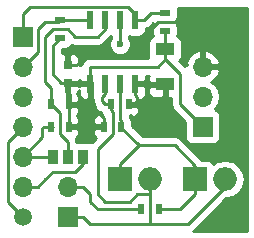
<source format=gbl>
G04 #@! TF.FileFunction,Copper,L2,Bot,Signal*
%FSLAX46Y46*%
G04 Gerber Fmt 4.6, Leading zero omitted, Abs format (unit mm)*
G04 Created by KiCad (PCBNEW 4.0.6) date 08/27/17 18:35:28*
%MOMM*%
%LPD*%
G01*
G04 APERTURE LIST*
%ADD10C,0.100000*%
%ADD11R,1.700000X1.700000*%
%ADD12O,1.700000X1.700000*%
%ADD13O,1.998980X1.998980*%
%ADD14R,1.998980X1.998980*%
%ADD15R,1.600000X1.000000*%
%ADD16R,0.750000X0.800000*%
%ADD17R,0.500000X0.900000*%
%ADD18R,0.900000X0.500000*%
%ADD19R,0.600000X1.550000*%
%ADD20R,0.970000X1.270000*%
%ADD21C,1.500000*%
%ADD22C,0.600000*%
%ADD23C,0.250000*%
%ADD24C,0.254000*%
G04 APERTURE END LIST*
D10*
D11*
X133350000Y-87630000D03*
D12*
X133350000Y-90170000D03*
X133350000Y-92710000D03*
X133350000Y-95250000D03*
X133350000Y-97790000D03*
X133350000Y-100330000D03*
D13*
X150495000Y-99695000D03*
D14*
X147955000Y-99695000D03*
D15*
X145415000Y-88670000D03*
X145415000Y-91670000D03*
D16*
X137160000Y-90055000D03*
X137160000Y-91555000D03*
D13*
X144145000Y-99695000D03*
D14*
X141605000Y-99695000D03*
D11*
X148590000Y-95250000D03*
D12*
X148590000Y-92710000D03*
X148590000Y-90170000D03*
D11*
X137160000Y-102870000D03*
D12*
X137160000Y-100330000D03*
D17*
X144895000Y-102235000D03*
X143395000Y-102235000D03*
D18*
X136525000Y-86245000D03*
X136525000Y-87745000D03*
D17*
X135775000Y-93345000D03*
X137275000Y-93345000D03*
X135775000Y-95250000D03*
X137275000Y-95250000D03*
D18*
X145415000Y-85610000D03*
X145415000Y-87110000D03*
D17*
X140220000Y-95250000D03*
X141720000Y-95250000D03*
X140855000Y-93345000D03*
X142355000Y-93345000D03*
D19*
X139065000Y-86200000D03*
X140335000Y-86200000D03*
X141605000Y-86200000D03*
X142875000Y-86200000D03*
X142875000Y-91600000D03*
X141605000Y-91600000D03*
X140335000Y-91600000D03*
X139065000Y-91600000D03*
D20*
X135890000Y-97790000D03*
X137160000Y-97790000D03*
X138430000Y-97790000D03*
D21*
X133350000Y-102870000D03*
D22*
X141605000Y-88265000D03*
D23*
X148590000Y-95250000D02*
X146685000Y-93345000D01*
X146685000Y-90805000D02*
X145415000Y-89535000D01*
X146685000Y-93345000D02*
X146685000Y-90805000D01*
X145415000Y-89535000D02*
X144780000Y-90170000D01*
X145415000Y-88670000D02*
X145415000Y-87110000D01*
X145415000Y-89535000D02*
X145415000Y-88670000D01*
X143510000Y-90170000D02*
X144780000Y-90170000D01*
X139065000Y-91600000D02*
X139065000Y-90170000D01*
X139065000Y-90170000D02*
X143510000Y-90170000D01*
X139065000Y-93345000D02*
X139065000Y-91600000D01*
X140220000Y-94500000D02*
X139065000Y-93345000D01*
X140220000Y-95250000D02*
X140220000Y-94500000D01*
X144780000Y-88900000D02*
X144780000Y-88670000D01*
X137275000Y-93345000D02*
X137275000Y-95250000D01*
X137160000Y-91555000D02*
X137160000Y-93230000D01*
X137160000Y-93230000D02*
X137275000Y-93345000D01*
X135890000Y-90805000D02*
X135890000Y-88380000D01*
X136640000Y-91555000D02*
X135890000Y-90805000D01*
X137160000Y-91555000D02*
X136640000Y-91555000D01*
X135890000Y-88380000D02*
X136525000Y-87745000D01*
X137160000Y-91555000D02*
X139020000Y-91555000D01*
X139020000Y-91555000D02*
X139065000Y-91600000D01*
X139065000Y-91555000D02*
X139065000Y-91600000D01*
X138747500Y-89217500D02*
X142303500Y-89217500D01*
X142748000Y-88773000D02*
X142748000Y-88392000D01*
X142303500Y-89217500D02*
X142748000Y-88773000D01*
X142748000Y-93345000D02*
X143002000Y-93091000D01*
X143002000Y-92710000D02*
X142875000Y-92583000D01*
X143002000Y-93091000D02*
X143002000Y-92710000D01*
X142875000Y-91600000D02*
X142875000Y-92583000D01*
X142355000Y-93345000D02*
X142748000Y-93345000D01*
X147828000Y-97155000D02*
X149987000Y-97155000D01*
X144780000Y-86360000D02*
X142748000Y-88392000D01*
X146685000Y-86360000D02*
X144780000Y-86360000D01*
X150495000Y-96266000D02*
X150495000Y-89535000D01*
X150495000Y-89535000D02*
X148590000Y-87630000D01*
X145415000Y-91670000D02*
X145415000Y-94615000D01*
X147320000Y-86360000D02*
X146685000Y-86360000D01*
X148590000Y-87630000D02*
X147320000Y-86360000D01*
X145415000Y-94742000D02*
X147828000Y-97155000D01*
X145415000Y-94615000D02*
X145415000Y-94742000D01*
X149987000Y-97155000D02*
X150495000Y-96647000D01*
X150495000Y-96647000D02*
X150495000Y-96266000D01*
X138430000Y-89535000D02*
X137910000Y-90055000D01*
X137910000Y-90055000D02*
X137160000Y-90055000D01*
X138430000Y-89535000D02*
X138747500Y-89217500D01*
X142990000Y-91715000D02*
X142875000Y-91600000D01*
X144780000Y-91670000D02*
X142945000Y-91670000D01*
X142945000Y-91670000D02*
X142875000Y-91600000D01*
X140081000Y-93091000D02*
X140335000Y-93345000D01*
X140335000Y-93345000D02*
X140208000Y-93345000D01*
X140855000Y-93345000D02*
X140208000Y-93345000D01*
X140335000Y-92456000D02*
X140335000Y-91600000D01*
X140081000Y-92710000D02*
X140335000Y-92456000D01*
X140081000Y-93091000D02*
X140081000Y-92710000D01*
X139700000Y-100330000D02*
X139700000Y-100965000D01*
X140335000Y-101600000D02*
X140970000Y-101600000D01*
X139700000Y-100965000D02*
X140335000Y-101600000D01*
X143510000Y-100965000D02*
X143059998Y-100965000D01*
X144145000Y-100965000D02*
X143510000Y-100965000D01*
X143059998Y-100965000D02*
X142424998Y-101600000D01*
X142424998Y-101600000D02*
X140970000Y-101600000D01*
X146685000Y-103505000D02*
X147320000Y-103505000D01*
X147320000Y-103505000D02*
X150495000Y-100330000D01*
X150495000Y-100330000D02*
X150495000Y-99695000D01*
X144145000Y-100965000D02*
X144145000Y-99695000D01*
X139700000Y-100330000D02*
X139700000Y-99695000D01*
X144145000Y-100965000D02*
X144145000Y-103505000D01*
X137160000Y-102870000D02*
X138430000Y-102870000D01*
X139065000Y-103505000D02*
X144145000Y-103505000D01*
X144145000Y-103505000D02*
X146685000Y-103505000D01*
X138430000Y-102870000D02*
X139065000Y-103505000D01*
X139700000Y-99695000D02*
X139700000Y-99060000D01*
X139700000Y-97790000D02*
X139700000Y-97155000D01*
X140855000Y-93345000D02*
X140855000Y-93865000D01*
X140970000Y-93980000D02*
X140970000Y-95885000D01*
X140855000Y-93865000D02*
X140970000Y-93980000D01*
X139700000Y-97790000D02*
X139700000Y-99060000D01*
X139700000Y-97155000D02*
X140970000Y-95885000D01*
X147955000Y-99695000D02*
X147955000Y-98552000D01*
X147955000Y-98552000D02*
X146240500Y-96837500D01*
X144895000Y-102235000D02*
X146685000Y-102235000D01*
X146685000Y-102235000D02*
X147955000Y-100965000D01*
X147955000Y-100965000D02*
X147955000Y-99695000D01*
X141605000Y-99695000D02*
X141605000Y-98425000D01*
X141605000Y-98425000D02*
X143192500Y-96837500D01*
X143192500Y-96837500D02*
X146240500Y-96837500D01*
X141720000Y-95250000D02*
X141720000Y-95365000D01*
X141720000Y-95365000D02*
X143192500Y-96837500D01*
X141605000Y-91600000D02*
X141605000Y-94615000D01*
X141720000Y-94730000D02*
X141720000Y-95250000D01*
X141605000Y-94615000D02*
X141720000Y-94730000D01*
X141720000Y-95365000D02*
X141605000Y-95250000D01*
X142875000Y-86200000D02*
X142875000Y-85725000D01*
X142875000Y-85725000D02*
X142240000Y-85090000D01*
X133350000Y-85725000D02*
X133350000Y-87630000D01*
X133985000Y-85090000D02*
X133350000Y-85725000D01*
X142240000Y-85090000D02*
X133985000Y-85090000D01*
X142875000Y-86200000D02*
X143670000Y-86200000D01*
X144780000Y-85610000D02*
X144260000Y-85610000D01*
X145415000Y-85610000D02*
X144780000Y-85610000D01*
X143670000Y-86200000D02*
X144260000Y-85610000D01*
X142875000Y-86200000D02*
X142875000Y-86245000D01*
X136525000Y-86245000D02*
X139020000Y-86245000D01*
X139020000Y-86245000D02*
X139065000Y-86200000D01*
X133350000Y-90170000D02*
X134620000Y-88900000D01*
X135255000Y-86360000D02*
X136410000Y-86360000D01*
X134620000Y-86995000D02*
X135255000Y-86360000D01*
X134620000Y-88900000D02*
X134620000Y-86995000D01*
X136410000Y-86360000D02*
X136525000Y-86245000D01*
X138905000Y-86360000D02*
X139065000Y-86200000D01*
X140335000Y-102235000D02*
X139700000Y-102235000D01*
X139065000Y-100965000D02*
X138430000Y-100330000D01*
X139065000Y-101600000D02*
X139065000Y-100965000D01*
X139700000Y-102235000D02*
X139065000Y-101600000D01*
X137160000Y-100330000D02*
X138430000Y-100330000D01*
X140335000Y-102235000D02*
X143395000Y-102235000D01*
X137160000Y-86995000D02*
X137795000Y-87630000D01*
X135775000Y-91960000D02*
X135255000Y-91440000D01*
X135255000Y-91440000D02*
X135255000Y-87630000D01*
X135255000Y-87630000D02*
X135890000Y-86995000D01*
X135890000Y-86995000D02*
X137160000Y-86995000D01*
X135775000Y-93345000D02*
X135775000Y-91960000D01*
X139700000Y-87630000D02*
X140335000Y-86995000D01*
X137795000Y-87630000D02*
X139700000Y-87630000D01*
X137160000Y-97790000D02*
X137160000Y-96520000D01*
X136525000Y-94095000D02*
X135775000Y-93345000D01*
X136525000Y-95885000D02*
X136525000Y-94095000D01*
X137160000Y-96520000D02*
X136525000Y-95885000D01*
X140335000Y-86995000D02*
X140335000Y-86200000D01*
X140335000Y-86995000D02*
X140335000Y-86200000D01*
X135775000Y-95250000D02*
X135128000Y-95250000D01*
X135001000Y-95377000D02*
X135001000Y-96139000D01*
X135128000Y-95250000D02*
X135001000Y-95377000D01*
X141605000Y-87814998D02*
X141605000Y-88265000D01*
X141605000Y-86200000D02*
X141605000Y-87814998D01*
X135890000Y-97790000D02*
X133350000Y-97790000D01*
X135001000Y-96139000D02*
X133350000Y-97790000D01*
X141605000Y-86200000D02*
X141605000Y-85725000D01*
X135255000Y-95250000D02*
X135775000Y-95250000D01*
X135775000Y-95250000D02*
X135890000Y-95250000D01*
X135775000Y-97675000D02*
X135890000Y-97790000D01*
X135775000Y-95250000D02*
X135255000Y-95250000D01*
X133350000Y-100330000D02*
X134620000Y-100330000D01*
X134620000Y-100330000D02*
X135255000Y-99695000D01*
X135255000Y-99695000D02*
X135890000Y-99060000D01*
X135890000Y-99060000D02*
X137795000Y-99060000D01*
X137795000Y-99060000D02*
X138430000Y-98425000D01*
X138430000Y-98425000D02*
X138430000Y-97790000D01*
X133350000Y-95250000D02*
X132080000Y-96520000D01*
X132080000Y-101600000D02*
X133350000Y-102870000D01*
X132080000Y-96520000D02*
X132080000Y-101600000D01*
D24*
G36*
X138130000Y-91314250D02*
X138288750Y-91473000D01*
X138938000Y-91473000D01*
X138938000Y-91453000D01*
X139192000Y-91453000D01*
X139192000Y-91473000D01*
X139212000Y-91473000D01*
X139212000Y-91727000D01*
X139192000Y-91727000D01*
X139192000Y-92851250D01*
X139321000Y-92980250D01*
X139321000Y-93091000D01*
X139378852Y-93381839D01*
X139487745Y-93544809D01*
X139505852Y-93635839D01*
X139670599Y-93882401D01*
X139917161Y-94047148D01*
X140026688Y-94068934D01*
X140092998Y-94171983D01*
X140092998Y-94321748D01*
X139936250Y-94165000D01*
X139843691Y-94165000D01*
X139610302Y-94261673D01*
X139431673Y-94440301D01*
X139335000Y-94673690D01*
X139335000Y-94964250D01*
X139493750Y-95123000D01*
X140095000Y-95123000D01*
X140095000Y-95103000D01*
X140210000Y-95103000D01*
X140210000Y-95397000D01*
X140095000Y-95397000D01*
X140095000Y-95377000D01*
X139493750Y-95377000D01*
X139335000Y-95535750D01*
X139335000Y-95826310D01*
X139431673Y-96059699D01*
X139576086Y-96204112D01*
X139199409Y-96580789D01*
X139166890Y-96558569D01*
X138915000Y-96507560D01*
X137945000Y-96507560D01*
X137918517Y-96512543D01*
X137865549Y-96246259D01*
X137884698Y-96238327D01*
X138063327Y-96059699D01*
X138160000Y-95826310D01*
X138160000Y-95535750D01*
X138001250Y-95377000D01*
X137400000Y-95377000D01*
X137400000Y-95397000D01*
X137285000Y-95397000D01*
X137285000Y-95103000D01*
X137400000Y-95103000D01*
X137400000Y-95123000D01*
X138001250Y-95123000D01*
X138160000Y-94964250D01*
X138160000Y-94673690D01*
X138063327Y-94440301D01*
X137920525Y-94297500D01*
X138063327Y-94154699D01*
X138160000Y-93921310D01*
X138160000Y-93630750D01*
X138001250Y-93472000D01*
X137400000Y-93472000D01*
X137400000Y-93492000D01*
X137150000Y-93492000D01*
X137150000Y-93472000D01*
X137128000Y-93472000D01*
X137128000Y-93218000D01*
X137150000Y-93218000D01*
X137150000Y-92418750D01*
X137033000Y-92301750D01*
X137033000Y-91682000D01*
X137287000Y-91682000D01*
X137287000Y-92431250D01*
X137400000Y-92544250D01*
X137400000Y-93218000D01*
X138001250Y-93218000D01*
X138160000Y-93059250D01*
X138160000Y-92768690D01*
X138063327Y-92535301D01*
X137958026Y-92430000D01*
X138073327Y-92314698D01*
X138130000Y-92177877D01*
X138130000Y-92501309D01*
X138226673Y-92734698D01*
X138405301Y-92913327D01*
X138638690Y-93010000D01*
X138779250Y-93010000D01*
X138938000Y-92851250D01*
X138938000Y-91727000D01*
X138288750Y-91727000D01*
X138170000Y-91845750D01*
X138170000Y-91840750D01*
X138011250Y-91682000D01*
X137287000Y-91682000D01*
X137033000Y-91682000D01*
X137013000Y-91682000D01*
X137013000Y-91428000D01*
X137033000Y-91428000D01*
X137033000Y-91408000D01*
X137287000Y-91408000D01*
X137287000Y-91428000D01*
X138011250Y-91428000D01*
X138130000Y-91309250D01*
X138130000Y-91314250D01*
X138130000Y-91314250D01*
G37*
X138130000Y-91314250D02*
X138288750Y-91473000D01*
X138938000Y-91473000D01*
X138938000Y-91453000D01*
X139192000Y-91453000D01*
X139192000Y-91473000D01*
X139212000Y-91473000D01*
X139212000Y-91727000D01*
X139192000Y-91727000D01*
X139192000Y-92851250D01*
X139321000Y-92980250D01*
X139321000Y-93091000D01*
X139378852Y-93381839D01*
X139487745Y-93544809D01*
X139505852Y-93635839D01*
X139670599Y-93882401D01*
X139917161Y-94047148D01*
X140026688Y-94068934D01*
X140092998Y-94171983D01*
X140092998Y-94321748D01*
X139936250Y-94165000D01*
X139843691Y-94165000D01*
X139610302Y-94261673D01*
X139431673Y-94440301D01*
X139335000Y-94673690D01*
X139335000Y-94964250D01*
X139493750Y-95123000D01*
X140095000Y-95123000D01*
X140095000Y-95103000D01*
X140210000Y-95103000D01*
X140210000Y-95397000D01*
X140095000Y-95397000D01*
X140095000Y-95377000D01*
X139493750Y-95377000D01*
X139335000Y-95535750D01*
X139335000Y-95826310D01*
X139431673Y-96059699D01*
X139576086Y-96204112D01*
X139199409Y-96580789D01*
X139166890Y-96558569D01*
X138915000Y-96507560D01*
X137945000Y-96507560D01*
X137918517Y-96512543D01*
X137865549Y-96246259D01*
X137884698Y-96238327D01*
X138063327Y-96059699D01*
X138160000Y-95826310D01*
X138160000Y-95535750D01*
X138001250Y-95377000D01*
X137400000Y-95377000D01*
X137400000Y-95397000D01*
X137285000Y-95397000D01*
X137285000Y-95103000D01*
X137400000Y-95103000D01*
X137400000Y-95123000D01*
X138001250Y-95123000D01*
X138160000Y-94964250D01*
X138160000Y-94673690D01*
X138063327Y-94440301D01*
X137920525Y-94297500D01*
X138063327Y-94154699D01*
X138160000Y-93921310D01*
X138160000Y-93630750D01*
X138001250Y-93472000D01*
X137400000Y-93472000D01*
X137400000Y-93492000D01*
X137150000Y-93492000D01*
X137150000Y-93472000D01*
X137128000Y-93472000D01*
X137128000Y-93218000D01*
X137150000Y-93218000D01*
X137150000Y-92418750D01*
X137033000Y-92301750D01*
X137033000Y-91682000D01*
X137287000Y-91682000D01*
X137287000Y-92431250D01*
X137400000Y-92544250D01*
X137400000Y-93218000D01*
X138001250Y-93218000D01*
X138160000Y-93059250D01*
X138160000Y-92768690D01*
X138063327Y-92535301D01*
X137958026Y-92430000D01*
X138073327Y-92314698D01*
X138130000Y-92177877D01*
X138130000Y-92501309D01*
X138226673Y-92734698D01*
X138405301Y-92913327D01*
X138638690Y-93010000D01*
X138779250Y-93010000D01*
X138938000Y-92851250D01*
X138938000Y-91727000D01*
X138288750Y-91727000D01*
X138170000Y-91845750D01*
X138170000Y-91840750D01*
X138011250Y-91682000D01*
X137287000Y-91682000D01*
X137033000Y-91682000D01*
X137013000Y-91682000D01*
X137013000Y-91428000D01*
X137033000Y-91428000D01*
X137033000Y-91408000D01*
X137287000Y-91408000D01*
X137287000Y-91428000D01*
X138011250Y-91428000D01*
X138130000Y-91309250D01*
X138130000Y-91314250D01*
G36*
X152325000Y-104065000D02*
X147823579Y-104065000D01*
X147857401Y-104042401D01*
X150581061Y-101318741D01*
X151152514Y-101205072D01*
X151682781Y-100850759D01*
X152037094Y-100320492D01*
X152161512Y-99695000D01*
X152037094Y-99069508D01*
X151682781Y-98539241D01*
X151152514Y-98184928D01*
X150527022Y-98060510D01*
X150462978Y-98060510D01*
X149837486Y-98184928D01*
X149517923Y-98398453D01*
X149418580Y-98244069D01*
X149206380Y-98099079D01*
X148954490Y-98048070D01*
X148514766Y-98048070D01*
X148492401Y-98014599D01*
X146777901Y-96300099D01*
X146531339Y-96135352D01*
X146240500Y-96077500D01*
X143507302Y-96077500D01*
X142617440Y-95187638D01*
X142617440Y-94800000D01*
X142573162Y-94564683D01*
X142482002Y-94423016D01*
X142482002Y-94273252D01*
X142638750Y-94430000D01*
X142731309Y-94430000D01*
X142964698Y-94333327D01*
X143143327Y-94154699D01*
X143240000Y-93921310D01*
X143240000Y-93630750D01*
X143081250Y-93472000D01*
X142480000Y-93472000D01*
X142480000Y-93492000D01*
X142367000Y-93492000D01*
X142367000Y-93198000D01*
X142480000Y-93198000D01*
X142480000Y-93218000D01*
X143081250Y-93218000D01*
X143240000Y-93059250D01*
X143240000Y-93010000D01*
X143301310Y-93010000D01*
X143534699Y-92913327D01*
X143713327Y-92734698D01*
X143810000Y-92501309D01*
X143810000Y-91955750D01*
X143980000Y-91955750D01*
X143980000Y-92296309D01*
X144076673Y-92529698D01*
X144255301Y-92708327D01*
X144488690Y-92805000D01*
X145129250Y-92805000D01*
X145288000Y-92646250D01*
X145288000Y-91797000D01*
X144138750Y-91797000D01*
X143980000Y-91955750D01*
X143810000Y-91955750D01*
X143810000Y-91885750D01*
X143651250Y-91727000D01*
X143002000Y-91727000D01*
X143002000Y-91747000D01*
X142748000Y-91747000D01*
X142748000Y-91727000D01*
X142728000Y-91727000D01*
X142728000Y-91473000D01*
X142748000Y-91473000D01*
X142748000Y-91453000D01*
X143002000Y-91453000D01*
X143002000Y-91473000D01*
X143651250Y-91473000D01*
X143810000Y-91314250D01*
X143810000Y-90930000D01*
X144027092Y-90930000D01*
X143980000Y-91043691D01*
X143980000Y-91384250D01*
X144138750Y-91543000D01*
X145288000Y-91543000D01*
X145288000Y-91523000D01*
X145542000Y-91523000D01*
X145542000Y-91543000D01*
X145562000Y-91543000D01*
X145562000Y-91797000D01*
X145542000Y-91797000D01*
X145542000Y-92646250D01*
X145700750Y-92805000D01*
X145925000Y-92805000D01*
X145925000Y-93345000D01*
X145982852Y-93635839D01*
X146147599Y-93882401D01*
X147092560Y-94827362D01*
X147092560Y-96100000D01*
X147136838Y-96335317D01*
X147275910Y-96551441D01*
X147488110Y-96696431D01*
X147740000Y-96747440D01*
X149440000Y-96747440D01*
X149675317Y-96703162D01*
X149891441Y-96564090D01*
X150036431Y-96351890D01*
X150087440Y-96100000D01*
X150087440Y-94400000D01*
X150043162Y-94164683D01*
X149904090Y-93948559D01*
X149691890Y-93803569D01*
X149624459Y-93789914D01*
X149669147Y-93760054D01*
X149991054Y-93278285D01*
X150104093Y-92710000D01*
X149991054Y-92141715D01*
X149669147Y-91659946D01*
X149328447Y-91432298D01*
X149471358Y-91365183D01*
X149861645Y-90936924D01*
X150031476Y-90526890D01*
X149910155Y-90297000D01*
X148717000Y-90297000D01*
X148717000Y-90317000D01*
X148463000Y-90317000D01*
X148463000Y-90297000D01*
X148443000Y-90297000D01*
X148443000Y-90043000D01*
X148463000Y-90043000D01*
X148463000Y-88849181D01*
X148717000Y-88849181D01*
X148717000Y-90043000D01*
X149910155Y-90043000D01*
X150031476Y-89813110D01*
X149861645Y-89403076D01*
X149471358Y-88974817D01*
X148946892Y-88728514D01*
X148717000Y-88849181D01*
X148463000Y-88849181D01*
X148233108Y-88728514D01*
X147708642Y-88974817D01*
X147318355Y-89403076D01*
X147148524Y-89813110D01*
X147269844Y-90042998D01*
X147105000Y-90042998D01*
X147105000Y-90150198D01*
X146619255Y-89664453D01*
X146666441Y-89634090D01*
X146811431Y-89421890D01*
X146862440Y-89170000D01*
X146862440Y-88170000D01*
X146818162Y-87934683D01*
X146679090Y-87718559D01*
X146468911Y-87574950D01*
X146512440Y-87360000D01*
X146512440Y-86860000D01*
X146468162Y-86624683D01*
X146329090Y-86408559D01*
X146259289Y-86360866D01*
X146316441Y-86324090D01*
X146461431Y-86111890D01*
X146512440Y-85860000D01*
X146512440Y-85360000D01*
X146475748Y-85165000D01*
X152325000Y-85165000D01*
X152325000Y-104065000D01*
X152325000Y-104065000D01*
G37*
X152325000Y-104065000D02*
X147823579Y-104065000D01*
X147857401Y-104042401D01*
X150581061Y-101318741D01*
X151152514Y-101205072D01*
X151682781Y-100850759D01*
X152037094Y-100320492D01*
X152161512Y-99695000D01*
X152037094Y-99069508D01*
X151682781Y-98539241D01*
X151152514Y-98184928D01*
X150527022Y-98060510D01*
X150462978Y-98060510D01*
X149837486Y-98184928D01*
X149517923Y-98398453D01*
X149418580Y-98244069D01*
X149206380Y-98099079D01*
X148954490Y-98048070D01*
X148514766Y-98048070D01*
X148492401Y-98014599D01*
X146777901Y-96300099D01*
X146531339Y-96135352D01*
X146240500Y-96077500D01*
X143507302Y-96077500D01*
X142617440Y-95187638D01*
X142617440Y-94800000D01*
X142573162Y-94564683D01*
X142482002Y-94423016D01*
X142482002Y-94273252D01*
X142638750Y-94430000D01*
X142731309Y-94430000D01*
X142964698Y-94333327D01*
X143143327Y-94154699D01*
X143240000Y-93921310D01*
X143240000Y-93630750D01*
X143081250Y-93472000D01*
X142480000Y-93472000D01*
X142480000Y-93492000D01*
X142367000Y-93492000D01*
X142367000Y-93198000D01*
X142480000Y-93198000D01*
X142480000Y-93218000D01*
X143081250Y-93218000D01*
X143240000Y-93059250D01*
X143240000Y-93010000D01*
X143301310Y-93010000D01*
X143534699Y-92913327D01*
X143713327Y-92734698D01*
X143810000Y-92501309D01*
X143810000Y-91955750D01*
X143980000Y-91955750D01*
X143980000Y-92296309D01*
X144076673Y-92529698D01*
X144255301Y-92708327D01*
X144488690Y-92805000D01*
X145129250Y-92805000D01*
X145288000Y-92646250D01*
X145288000Y-91797000D01*
X144138750Y-91797000D01*
X143980000Y-91955750D01*
X143810000Y-91955750D01*
X143810000Y-91885750D01*
X143651250Y-91727000D01*
X143002000Y-91727000D01*
X143002000Y-91747000D01*
X142748000Y-91747000D01*
X142748000Y-91727000D01*
X142728000Y-91727000D01*
X142728000Y-91473000D01*
X142748000Y-91473000D01*
X142748000Y-91453000D01*
X143002000Y-91453000D01*
X143002000Y-91473000D01*
X143651250Y-91473000D01*
X143810000Y-91314250D01*
X143810000Y-90930000D01*
X144027092Y-90930000D01*
X143980000Y-91043691D01*
X143980000Y-91384250D01*
X144138750Y-91543000D01*
X145288000Y-91543000D01*
X145288000Y-91523000D01*
X145542000Y-91523000D01*
X145542000Y-91543000D01*
X145562000Y-91543000D01*
X145562000Y-91797000D01*
X145542000Y-91797000D01*
X145542000Y-92646250D01*
X145700750Y-92805000D01*
X145925000Y-92805000D01*
X145925000Y-93345000D01*
X145982852Y-93635839D01*
X146147599Y-93882401D01*
X147092560Y-94827362D01*
X147092560Y-96100000D01*
X147136838Y-96335317D01*
X147275910Y-96551441D01*
X147488110Y-96696431D01*
X147740000Y-96747440D01*
X149440000Y-96747440D01*
X149675317Y-96703162D01*
X149891441Y-96564090D01*
X150036431Y-96351890D01*
X150087440Y-96100000D01*
X150087440Y-94400000D01*
X150043162Y-94164683D01*
X149904090Y-93948559D01*
X149691890Y-93803569D01*
X149624459Y-93789914D01*
X149669147Y-93760054D01*
X149991054Y-93278285D01*
X150104093Y-92710000D01*
X149991054Y-92141715D01*
X149669147Y-91659946D01*
X149328447Y-91432298D01*
X149471358Y-91365183D01*
X149861645Y-90936924D01*
X150031476Y-90526890D01*
X149910155Y-90297000D01*
X148717000Y-90297000D01*
X148717000Y-90317000D01*
X148463000Y-90317000D01*
X148463000Y-90297000D01*
X148443000Y-90297000D01*
X148443000Y-90043000D01*
X148463000Y-90043000D01*
X148463000Y-88849181D01*
X148717000Y-88849181D01*
X148717000Y-90043000D01*
X149910155Y-90043000D01*
X150031476Y-89813110D01*
X149861645Y-89403076D01*
X149471358Y-88974817D01*
X148946892Y-88728514D01*
X148717000Y-88849181D01*
X148463000Y-88849181D01*
X148233108Y-88728514D01*
X147708642Y-88974817D01*
X147318355Y-89403076D01*
X147148524Y-89813110D01*
X147269844Y-90042998D01*
X147105000Y-90042998D01*
X147105000Y-90150198D01*
X146619255Y-89664453D01*
X146666441Y-89634090D01*
X146811431Y-89421890D01*
X146862440Y-89170000D01*
X146862440Y-88170000D01*
X146818162Y-87934683D01*
X146679090Y-87718559D01*
X146468911Y-87574950D01*
X146512440Y-87360000D01*
X146512440Y-86860000D01*
X146468162Y-86624683D01*
X146329090Y-86408559D01*
X146259289Y-86360866D01*
X146316441Y-86324090D01*
X146461431Y-86111890D01*
X146512440Y-85860000D01*
X146512440Y-85360000D01*
X146475748Y-85165000D01*
X152325000Y-85165000D01*
X152325000Y-104065000D01*
G36*
X144368569Y-86608110D02*
X144317560Y-86860000D01*
X144317560Y-87360000D01*
X144358985Y-87580157D01*
X144163559Y-87705910D01*
X144018569Y-87918110D01*
X143967560Y-88170000D01*
X143967560Y-89170000D01*
X144011838Y-89405317D01*
X144014851Y-89410000D01*
X139065000Y-89410000D01*
X138774161Y-89467852D01*
X138527599Y-89632599D01*
X138362852Y-89879161D01*
X138330262Y-90043000D01*
X138170000Y-90043000D01*
X138170000Y-89927998D01*
X138011252Y-89927998D01*
X138170000Y-89769250D01*
X138170000Y-89528691D01*
X138073327Y-89295302D01*
X137894699Y-89116673D01*
X137661310Y-89020000D01*
X137445750Y-89020000D01*
X137287000Y-89178750D01*
X137287000Y-89928000D01*
X137307000Y-89928000D01*
X137307000Y-90043000D01*
X137013000Y-90043000D01*
X137013000Y-89928000D01*
X137033000Y-89928000D01*
X137033000Y-89178750D01*
X136874250Y-89020000D01*
X136658690Y-89020000D01*
X136652000Y-89022771D01*
X136652000Y-88900000D01*
X136650000Y-88890124D01*
X136650000Y-88694802D01*
X136702362Y-88642440D01*
X136975000Y-88642440D01*
X137210317Y-88598162D01*
X137426441Y-88459090D01*
X137512098Y-88333727D01*
X137795000Y-88390000D01*
X139700000Y-88390000D01*
X139990839Y-88332148D01*
X140237401Y-88167401D01*
X140816517Y-87588285D01*
X140845000Y-87582926D01*
X140845000Y-87702537D01*
X140812808Y-87734673D01*
X140670162Y-88078201D01*
X140669838Y-88450167D01*
X140811883Y-88793943D01*
X141074673Y-89057192D01*
X141418201Y-89199838D01*
X141790167Y-89200162D01*
X142133943Y-89058117D01*
X142397192Y-88795327D01*
X142539838Y-88451799D01*
X142540162Y-88079833D01*
X142398117Y-87736057D01*
X142365000Y-87702882D01*
X142365000Y-87579914D01*
X142575000Y-87622440D01*
X143175000Y-87622440D01*
X143410317Y-87578162D01*
X143626441Y-87439090D01*
X143771431Y-87226890D01*
X143822440Y-86975000D01*
X143822440Y-86929678D01*
X143960839Y-86902148D01*
X144207401Y-86737401D01*
X144437336Y-86507466D01*
X144368569Y-86608110D01*
X144368569Y-86608110D01*
G37*
X144368569Y-86608110D02*
X144317560Y-86860000D01*
X144317560Y-87360000D01*
X144358985Y-87580157D01*
X144163559Y-87705910D01*
X144018569Y-87918110D01*
X143967560Y-88170000D01*
X143967560Y-89170000D01*
X144011838Y-89405317D01*
X144014851Y-89410000D01*
X139065000Y-89410000D01*
X138774161Y-89467852D01*
X138527599Y-89632599D01*
X138362852Y-89879161D01*
X138330262Y-90043000D01*
X138170000Y-90043000D01*
X138170000Y-89927998D01*
X138011252Y-89927998D01*
X138170000Y-89769250D01*
X138170000Y-89528691D01*
X138073327Y-89295302D01*
X137894699Y-89116673D01*
X137661310Y-89020000D01*
X137445750Y-89020000D01*
X137287000Y-89178750D01*
X137287000Y-89928000D01*
X137307000Y-89928000D01*
X137307000Y-90043000D01*
X137013000Y-90043000D01*
X137013000Y-89928000D01*
X137033000Y-89928000D01*
X137033000Y-89178750D01*
X136874250Y-89020000D01*
X136658690Y-89020000D01*
X136652000Y-89022771D01*
X136652000Y-88900000D01*
X136650000Y-88890124D01*
X136650000Y-88694802D01*
X136702362Y-88642440D01*
X136975000Y-88642440D01*
X137210317Y-88598162D01*
X137426441Y-88459090D01*
X137512098Y-88333727D01*
X137795000Y-88390000D01*
X139700000Y-88390000D01*
X139990839Y-88332148D01*
X140237401Y-88167401D01*
X140816517Y-87588285D01*
X140845000Y-87582926D01*
X140845000Y-87702537D01*
X140812808Y-87734673D01*
X140670162Y-88078201D01*
X140669838Y-88450167D01*
X140811883Y-88793943D01*
X141074673Y-89057192D01*
X141418201Y-89199838D01*
X141790167Y-89200162D01*
X142133943Y-89058117D01*
X142397192Y-88795327D01*
X142539838Y-88451799D01*
X142540162Y-88079833D01*
X142398117Y-87736057D01*
X142365000Y-87702882D01*
X142365000Y-87579914D01*
X142575000Y-87622440D01*
X143175000Y-87622440D01*
X143410317Y-87578162D01*
X143626441Y-87439090D01*
X143771431Y-87226890D01*
X143822440Y-86975000D01*
X143822440Y-86929678D01*
X143960839Y-86902148D01*
X144207401Y-86737401D01*
X144437336Y-86507466D01*
X144368569Y-86608110D01*
M02*

</source>
